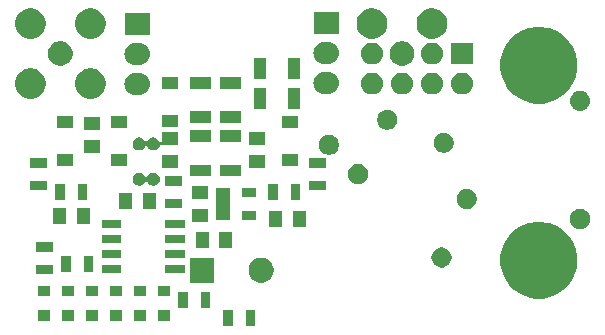
<source format=gts>
G04 #@! TF.GenerationSoftware,KiCad,Pcbnew,5.1.4+dfsg1-1~bpo10+1*
G04 #@! TF.CreationDate,2019-10-02T20:55:18+02:00*
G04 #@! TF.ProjectId,iak-swr-meter,69616b2d-7377-4722-9d6d-657465722e6b,rev?*
G04 #@! TF.SameCoordinates,Original*
G04 #@! TF.FileFunction,Soldermask,Top*
G04 #@! TF.FilePolarity,Negative*
%FSLAX46Y46*%
G04 Gerber Fmt 4.6, Leading zero omitted, Abs format (unit mm)*
G04 Created by KiCad (PCBNEW 5.1.4+dfsg1-1~bpo10+1) date 2019-10-02 20:55:18*
%MOMM*%
%LPD*%
G04 APERTURE LIST*
%ADD10C,0.100000*%
G04 APERTURE END LIST*
D10*
G36*
X26497000Y-10607000D02*
G01*
X25695000Y-10607000D01*
X25695000Y-9205000D01*
X26497000Y-9205000D01*
X26497000Y-10607000D01*
X26497000Y-10607000D01*
G37*
G36*
X24597000Y-10607000D02*
G01*
X23795000Y-10607000D01*
X23795000Y-9205000D01*
X24597000Y-9205000D01*
X24597000Y-10607000D01*
X24597000Y-10607000D01*
G37*
G36*
X13197000Y-10151000D02*
G01*
X12195000Y-10151000D01*
X12195000Y-9249000D01*
X13197000Y-9249000D01*
X13197000Y-10151000D01*
X13197000Y-10151000D01*
G37*
G36*
X15229000Y-10151000D02*
G01*
X14227000Y-10151000D01*
X14227000Y-9249000D01*
X15229000Y-9249000D01*
X15229000Y-10151000D01*
X15229000Y-10151000D01*
G37*
G36*
X11165000Y-10151000D02*
G01*
X10163000Y-10151000D01*
X10163000Y-9249000D01*
X11165000Y-9249000D01*
X11165000Y-10151000D01*
X11165000Y-10151000D01*
G37*
G36*
X9133000Y-10151000D02*
G01*
X8131000Y-10151000D01*
X8131000Y-9249000D01*
X9133000Y-9249000D01*
X9133000Y-10151000D01*
X9133000Y-10151000D01*
G37*
G36*
X19293000Y-10151000D02*
G01*
X18291000Y-10151000D01*
X18291000Y-9249000D01*
X19293000Y-9249000D01*
X19293000Y-10151000D01*
X19293000Y-10151000D01*
G37*
G36*
X17261000Y-10151000D02*
G01*
X16259000Y-10151000D01*
X16259000Y-9249000D01*
X17261000Y-9249000D01*
X17261000Y-10151000D01*
X17261000Y-10151000D01*
G37*
G36*
X20787000Y-9083000D02*
G01*
X19985000Y-9083000D01*
X19985000Y-7681000D01*
X20787000Y-7681000D01*
X20787000Y-9083000D01*
X20787000Y-9083000D01*
G37*
G36*
X22687000Y-9083000D02*
G01*
X21885000Y-9083000D01*
X21885000Y-7681000D01*
X22687000Y-7681000D01*
X22687000Y-9083000D01*
X22687000Y-9083000D01*
G37*
G36*
X51134239Y-1811467D02*
G01*
X51448282Y-1873934D01*
X52039926Y-2119001D01*
X52572392Y-2474784D01*
X53025216Y-2927608D01*
X53380999Y-3460074D01*
X53626066Y-4051718D01*
X53626066Y-4051719D01*
X53751000Y-4679803D01*
X53751000Y-5320197D01*
X53708186Y-5535435D01*
X53626066Y-5948282D01*
X53380999Y-6539926D01*
X53025216Y-7072392D01*
X52572392Y-7525216D01*
X52039926Y-7880999D01*
X51448282Y-8126066D01*
X51134239Y-8188533D01*
X50820197Y-8251000D01*
X50179803Y-8251000D01*
X49865761Y-8188533D01*
X49551718Y-8126066D01*
X48960074Y-7880999D01*
X48427608Y-7525216D01*
X47974784Y-7072392D01*
X47619001Y-6539926D01*
X47373934Y-5948282D01*
X47291814Y-5535435D01*
X47249000Y-5320197D01*
X47249000Y-4679803D01*
X47373934Y-4051719D01*
X47373934Y-4051718D01*
X47619001Y-3460074D01*
X47974784Y-2927608D01*
X48427608Y-2474784D01*
X48960074Y-2119001D01*
X49551718Y-1873934D01*
X49865761Y-1811467D01*
X50179803Y-1749000D01*
X50820197Y-1749000D01*
X51134239Y-1811467D01*
X51134239Y-1811467D01*
G37*
G36*
X13197000Y-8051000D02*
G01*
X12195000Y-8051000D01*
X12195000Y-7149000D01*
X13197000Y-7149000D01*
X13197000Y-8051000D01*
X13197000Y-8051000D01*
G37*
G36*
X11165000Y-8051000D02*
G01*
X10163000Y-8051000D01*
X10163000Y-7149000D01*
X11165000Y-7149000D01*
X11165000Y-8051000D01*
X11165000Y-8051000D01*
G37*
G36*
X15229000Y-8051000D02*
G01*
X14227000Y-8051000D01*
X14227000Y-7149000D01*
X15229000Y-7149000D01*
X15229000Y-8051000D01*
X15229000Y-8051000D01*
G37*
G36*
X17261000Y-8051000D02*
G01*
X16259000Y-8051000D01*
X16259000Y-7149000D01*
X17261000Y-7149000D01*
X17261000Y-8051000D01*
X17261000Y-8051000D01*
G37*
G36*
X9133000Y-8051000D02*
G01*
X8131000Y-8051000D01*
X8131000Y-7149000D01*
X9133000Y-7149000D01*
X9133000Y-8051000D01*
X9133000Y-8051000D01*
G37*
G36*
X19293000Y-8051000D02*
G01*
X18291000Y-8051000D01*
X18291000Y-7149000D01*
X19293000Y-7149000D01*
X19293000Y-8051000D01*
X19293000Y-8051000D01*
G37*
G36*
X23047400Y-6893000D02*
G01*
X20945400Y-6893000D01*
X20945400Y-4791000D01*
X23047400Y-4791000D01*
X23047400Y-6893000D01*
X23047400Y-6893000D01*
G37*
G36*
X27302964Y-4831389D02*
G01*
X27494233Y-4910615D01*
X27494235Y-4910616D01*
X27666373Y-5025635D01*
X27812765Y-5172027D01*
X27908599Y-5315452D01*
X27927785Y-5344167D01*
X28007011Y-5535436D01*
X28047400Y-5738484D01*
X28047400Y-5945516D01*
X28007011Y-6148564D01*
X27995232Y-6177000D01*
X27927784Y-6339835D01*
X27812765Y-6511973D01*
X27666373Y-6658365D01*
X27494235Y-6773384D01*
X27494234Y-6773385D01*
X27494233Y-6773385D01*
X27302964Y-6852611D01*
X27099916Y-6893000D01*
X26892884Y-6893000D01*
X26689836Y-6852611D01*
X26498567Y-6773385D01*
X26498566Y-6773385D01*
X26498565Y-6773384D01*
X26326427Y-6658365D01*
X26180035Y-6511973D01*
X26065016Y-6339835D01*
X25997568Y-6177000D01*
X25985789Y-6148564D01*
X25945400Y-5945516D01*
X25945400Y-5738484D01*
X25985789Y-5535436D01*
X26065015Y-5344167D01*
X26084202Y-5315452D01*
X26180035Y-5172027D01*
X26326427Y-5025635D01*
X26498565Y-4910616D01*
X26498567Y-4910615D01*
X26689836Y-4831389D01*
X26892884Y-4791000D01*
X27099916Y-4791000D01*
X27302964Y-4831389D01*
X27302964Y-4831389D01*
G37*
G36*
X9337000Y-6177000D02*
G01*
X7935000Y-6177000D01*
X7935000Y-5375000D01*
X9337000Y-5375000D01*
X9337000Y-6177000D01*
X9337000Y-6177000D01*
G37*
G36*
X20540000Y-6080000D02*
G01*
X18888000Y-6080000D01*
X18888000Y-5378000D01*
X20540000Y-5378000D01*
X20540000Y-6080000D01*
X20540000Y-6080000D01*
G37*
G36*
X15140000Y-6080000D02*
G01*
X13488000Y-6080000D01*
X13488000Y-5378000D01*
X15140000Y-5378000D01*
X15140000Y-6080000D01*
X15140000Y-6080000D01*
G37*
G36*
X10881000Y-6035000D02*
G01*
X10079000Y-6035000D01*
X10079000Y-4633000D01*
X10881000Y-4633000D01*
X10881000Y-6035000D01*
X10881000Y-6035000D01*
G37*
G36*
X12781000Y-6035000D02*
G01*
X11979000Y-6035000D01*
X11979000Y-4633000D01*
X12781000Y-4633000D01*
X12781000Y-6035000D01*
X12781000Y-6035000D01*
G37*
G36*
X42521199Y-3954674D02*
G01*
X42676071Y-4018824D01*
X42815452Y-4111956D01*
X42933986Y-4230490D01*
X43027118Y-4369871D01*
X43091268Y-4524743D01*
X43123971Y-4689155D01*
X43123971Y-4856787D01*
X43091268Y-5021199D01*
X43027118Y-5176071D01*
X42933986Y-5315452D01*
X42815452Y-5433986D01*
X42676071Y-5527118D01*
X42521199Y-5591268D01*
X42356787Y-5623971D01*
X42189155Y-5623971D01*
X42024743Y-5591268D01*
X41869871Y-5527118D01*
X41730490Y-5433986D01*
X41611956Y-5315452D01*
X41518824Y-5176071D01*
X41454674Y-5021199D01*
X41421971Y-4856787D01*
X41421971Y-4689155D01*
X41454674Y-4524743D01*
X41518824Y-4369871D01*
X41611956Y-4230490D01*
X41730490Y-4111956D01*
X41869871Y-4018824D01*
X42024743Y-3954674D01*
X42189155Y-3921971D01*
X42356787Y-3921971D01*
X42521199Y-3954674D01*
X42521199Y-3954674D01*
G37*
G36*
X15140000Y-4810000D02*
G01*
X13488000Y-4810000D01*
X13488000Y-4108000D01*
X15140000Y-4108000D01*
X15140000Y-4810000D01*
X15140000Y-4810000D01*
G37*
G36*
X20540000Y-4810000D02*
G01*
X18888000Y-4810000D01*
X18888000Y-4108000D01*
X20540000Y-4108000D01*
X20540000Y-4810000D01*
X20540000Y-4810000D01*
G37*
G36*
X9337000Y-4277000D02*
G01*
X7935000Y-4277000D01*
X7935000Y-3475000D01*
X9337000Y-3475000D01*
X9337000Y-4277000D01*
X9337000Y-4277000D01*
G37*
G36*
X24551000Y-3978000D02*
G01*
X23449000Y-3978000D01*
X23449000Y-2626000D01*
X24551000Y-2626000D01*
X24551000Y-3978000D01*
X24551000Y-3978000D01*
G37*
G36*
X22551000Y-3978000D02*
G01*
X21449000Y-3978000D01*
X21449000Y-2626000D01*
X22551000Y-2626000D01*
X22551000Y-3978000D01*
X22551000Y-3978000D01*
G37*
G36*
X15140000Y-3540000D02*
G01*
X13488000Y-3540000D01*
X13488000Y-2838000D01*
X15140000Y-2838000D01*
X15140000Y-3540000D01*
X15140000Y-3540000D01*
G37*
G36*
X20540000Y-3540000D02*
G01*
X18888000Y-3540000D01*
X18888000Y-2838000D01*
X20540000Y-2838000D01*
X20540000Y-3540000D01*
X20540000Y-3540000D01*
G37*
G36*
X54248228Y-681703D02*
G01*
X54403100Y-745853D01*
X54542481Y-838985D01*
X54661015Y-957519D01*
X54754147Y-1096900D01*
X54818297Y-1251772D01*
X54851000Y-1416184D01*
X54851000Y-1583816D01*
X54818297Y-1748228D01*
X54754147Y-1903100D01*
X54661015Y-2042481D01*
X54542481Y-2161015D01*
X54403100Y-2254147D01*
X54248228Y-2318297D01*
X54083816Y-2351000D01*
X53916184Y-2351000D01*
X53751772Y-2318297D01*
X53596900Y-2254147D01*
X53457519Y-2161015D01*
X53338985Y-2042481D01*
X53245853Y-1903100D01*
X53181703Y-1748228D01*
X53149000Y-1583816D01*
X53149000Y-1416184D01*
X53181703Y-1251772D01*
X53245853Y-1096900D01*
X53338985Y-957519D01*
X53457519Y-838985D01*
X53596900Y-745853D01*
X53751772Y-681703D01*
X53916184Y-649000D01*
X54083816Y-649000D01*
X54248228Y-681703D01*
X54248228Y-681703D01*
G37*
G36*
X20540000Y-2270000D02*
G01*
X18888000Y-2270000D01*
X18888000Y-1568000D01*
X20540000Y-1568000D01*
X20540000Y-2270000D01*
X20540000Y-2270000D01*
G37*
G36*
X15140000Y-2270000D02*
G01*
X13488000Y-2270000D01*
X13488000Y-1568000D01*
X15140000Y-1568000D01*
X15140000Y-2270000D01*
X15140000Y-2270000D01*
G37*
G36*
X28761000Y-2200000D02*
G01*
X27659000Y-2200000D01*
X27659000Y-848000D01*
X28761000Y-848000D01*
X28761000Y-2200000D01*
X28761000Y-2200000D01*
G37*
G36*
X30761000Y-2200000D02*
G01*
X29659000Y-2200000D01*
X29659000Y-848000D01*
X30761000Y-848000D01*
X30761000Y-2200000D01*
X30761000Y-2200000D01*
G37*
G36*
X10473000Y-1946000D02*
G01*
X9371000Y-1946000D01*
X9371000Y-594000D01*
X10473000Y-594000D01*
X10473000Y-1946000D01*
X10473000Y-1946000D01*
G37*
G36*
X12473000Y-1946000D02*
G01*
X11371000Y-1946000D01*
X11371000Y-594000D01*
X12473000Y-594000D01*
X12473000Y-1946000D01*
X12473000Y-1946000D01*
G37*
G36*
X22524000Y-1791000D02*
G01*
X21172000Y-1791000D01*
X21172000Y-689000D01*
X22524000Y-689000D01*
X22524000Y-1791000D01*
X22524000Y-1791000D01*
G37*
G36*
X26577000Y-1566000D02*
G01*
X25415000Y-1566000D01*
X25415000Y-814000D01*
X26577000Y-814000D01*
X26577000Y-1566000D01*
X26577000Y-1566000D01*
G37*
G36*
X24377000Y-1566000D02*
G01*
X23215000Y-1566000D01*
X23215000Y1086000D01*
X24377000Y1086000D01*
X24377000Y-1566000D01*
X24377000Y-1566000D01*
G37*
G36*
X18061000Y-676000D02*
G01*
X16959000Y-676000D01*
X16959000Y676000D01*
X18061000Y676000D01*
X18061000Y-676000D01*
X18061000Y-676000D01*
G37*
G36*
X16061000Y-676000D02*
G01*
X14959000Y-676000D01*
X14959000Y676000D01*
X16061000Y676000D01*
X16061000Y-676000D01*
X16061000Y-676000D01*
G37*
G36*
X44642519Y995074D02*
G01*
X44797391Y930924D01*
X44936772Y837792D01*
X45055306Y719258D01*
X45148438Y579877D01*
X45212588Y425005D01*
X45245291Y260593D01*
X45245291Y92961D01*
X45212588Y-71451D01*
X45148438Y-226323D01*
X45055306Y-365704D01*
X44936772Y-484238D01*
X44797391Y-577370D01*
X44642519Y-641520D01*
X44478107Y-674223D01*
X44310475Y-674223D01*
X44146063Y-641520D01*
X43991191Y-577370D01*
X43851810Y-484238D01*
X43733276Y-365704D01*
X43640144Y-226323D01*
X43575994Y-71451D01*
X43543291Y92961D01*
X43543291Y260593D01*
X43575994Y425005D01*
X43640144Y579877D01*
X43733276Y719258D01*
X43851810Y837792D01*
X43991191Y930924D01*
X44146063Y995074D01*
X44310475Y1027777D01*
X44478107Y1027777D01*
X44642519Y995074D01*
X44642519Y995074D01*
G37*
G36*
X20259000Y-589000D02*
G01*
X18857000Y-589000D01*
X18857000Y213000D01*
X20259000Y213000D01*
X20259000Y-589000D01*
X20259000Y-589000D01*
G37*
G36*
X12273000Y61000D02*
G01*
X11471000Y61000D01*
X11471000Y1463000D01*
X12273000Y1463000D01*
X12273000Y61000D01*
X12273000Y61000D01*
G37*
G36*
X30307000Y61000D02*
G01*
X29505000Y61000D01*
X29505000Y1463000D01*
X30307000Y1463000D01*
X30307000Y61000D01*
X30307000Y61000D01*
G37*
G36*
X28407000Y61000D02*
G01*
X27605000Y61000D01*
X27605000Y1463000D01*
X28407000Y1463000D01*
X28407000Y61000D01*
X28407000Y61000D01*
G37*
G36*
X10373000Y61000D02*
G01*
X9571000Y61000D01*
X9571000Y1463000D01*
X10373000Y1463000D01*
X10373000Y61000D01*
X10373000Y61000D01*
G37*
G36*
X22524000Y209000D02*
G01*
X21172000Y209000D01*
X21172000Y1311000D01*
X22524000Y1311000D01*
X22524000Y209000D01*
X22524000Y209000D01*
G37*
G36*
X26577000Y334000D02*
G01*
X25415000Y334000D01*
X25415000Y1086000D01*
X26577000Y1086000D01*
X26577000Y334000D01*
X26577000Y334000D01*
G37*
G36*
X32451000Y935000D02*
G01*
X31049000Y935000D01*
X31049000Y1737000D01*
X32451000Y1737000D01*
X32451000Y935000D01*
X32451000Y935000D01*
G37*
G36*
X8829000Y935000D02*
G01*
X7427000Y935000D01*
X7427000Y1737000D01*
X8829000Y1737000D01*
X8829000Y935000D01*
X8829000Y935000D01*
G37*
G36*
X16832721Y2387826D02*
G01*
X16932995Y2346291D01*
X16932996Y2346290D01*
X17023242Y2285990D01*
X17099990Y2209242D01*
X17099991Y2209240D01*
X17165770Y2110795D01*
X17168068Y2106496D01*
X17183614Y2087555D01*
X17202556Y2072010D01*
X17224167Y2060459D01*
X17247616Y2053346D01*
X17272002Y2050945D01*
X17296388Y2053347D01*
X17319837Y2060461D01*
X17341448Y2072012D01*
X17360389Y2087558D01*
X17375934Y2106500D01*
X17378229Y2110795D01*
X17444009Y2209240D01*
X17444010Y2209242D01*
X17520758Y2285990D01*
X17611004Y2346290D01*
X17611005Y2346291D01*
X17711279Y2387826D01*
X17817730Y2409000D01*
X17926270Y2409000D01*
X18032721Y2387826D01*
X18132995Y2346291D01*
X18132996Y2346290D01*
X18223242Y2285990D01*
X18299990Y2209242D01*
X18299991Y2209240D01*
X18360291Y2118995D01*
X18401826Y2018721D01*
X18423000Y1912270D01*
X18423000Y1803730D01*
X18401826Y1697279D01*
X18360291Y1597005D01*
X18360290Y1597004D01*
X18299990Y1506758D01*
X18223242Y1430010D01*
X18177812Y1399655D01*
X18132995Y1369709D01*
X18032721Y1328174D01*
X17926270Y1307000D01*
X17817730Y1307000D01*
X17711279Y1328174D01*
X17611005Y1369709D01*
X17566188Y1399655D01*
X17520758Y1430010D01*
X17444010Y1506758D01*
X17383710Y1597004D01*
X17378230Y1605205D01*
X17375932Y1609504D01*
X17360386Y1628445D01*
X17341444Y1643990D01*
X17319833Y1655541D01*
X17296384Y1662654D01*
X17271998Y1665055D01*
X17247612Y1662653D01*
X17224163Y1655539D01*
X17202552Y1643988D01*
X17183611Y1628442D01*
X17168066Y1609500D01*
X17165771Y1605205D01*
X17124841Y1543950D01*
X17099990Y1506758D01*
X17023242Y1430010D01*
X16977812Y1399655D01*
X16932995Y1369709D01*
X16832721Y1328174D01*
X16726270Y1307000D01*
X16617730Y1307000D01*
X16511279Y1328174D01*
X16411005Y1369709D01*
X16366188Y1399655D01*
X16320758Y1430010D01*
X16244010Y1506758D01*
X16183710Y1597004D01*
X16183709Y1597005D01*
X16142174Y1697279D01*
X16121000Y1803730D01*
X16121000Y1912270D01*
X16142174Y2018721D01*
X16183709Y2118995D01*
X16244009Y2209240D01*
X16244010Y2209242D01*
X16320758Y2285990D01*
X16411004Y2346290D01*
X16411005Y2346291D01*
X16511279Y2387826D01*
X16617730Y2409000D01*
X16726270Y2409000D01*
X16832721Y2387826D01*
X16832721Y2387826D01*
G37*
G36*
X20259000Y1311000D02*
G01*
X18857000Y1311000D01*
X18857000Y2113000D01*
X20259000Y2113000D01*
X20259000Y1311000D01*
X20259000Y1311000D01*
G37*
G36*
X35450131Y3116394D02*
G01*
X35605003Y3052244D01*
X35744384Y2959112D01*
X35862918Y2840578D01*
X35956050Y2701197D01*
X36020200Y2546325D01*
X36052903Y2381913D01*
X36052903Y2214281D01*
X36020200Y2049869D01*
X35956050Y1894997D01*
X35862918Y1755616D01*
X35744384Y1637082D01*
X35605003Y1543950D01*
X35450131Y1479800D01*
X35285719Y1447097D01*
X35118087Y1447097D01*
X34953675Y1479800D01*
X34798803Y1543950D01*
X34659422Y1637082D01*
X34540888Y1755616D01*
X34447756Y1894997D01*
X34383606Y2049869D01*
X34350903Y2214281D01*
X34350903Y2381913D01*
X34383606Y2546325D01*
X34447756Y2701197D01*
X34540888Y2840578D01*
X34659422Y2959112D01*
X34798803Y3052244D01*
X34953675Y3116394D01*
X35118087Y3149097D01*
X35285719Y3149097D01*
X35450131Y3116394D01*
X35450131Y3116394D01*
G37*
G36*
X25281000Y2099000D02*
G01*
X23479000Y2099000D01*
X23479000Y3101000D01*
X25281000Y3101000D01*
X25281000Y2099000D01*
X25281000Y2099000D01*
G37*
G36*
X22741000Y2099000D02*
G01*
X20939000Y2099000D01*
X20939000Y3101000D01*
X22741000Y3101000D01*
X22741000Y2099000D01*
X22741000Y2099000D01*
G37*
G36*
X27346000Y2767000D02*
G01*
X25994000Y2767000D01*
X25994000Y3869000D01*
X27346000Y3869000D01*
X27346000Y2767000D01*
X27346000Y2767000D01*
G37*
G36*
X19980000Y2767000D02*
G01*
X18628000Y2767000D01*
X18628000Y3869000D01*
X19980000Y3869000D01*
X19980000Y2767000D01*
X19980000Y2767000D01*
G37*
G36*
X8829000Y2835000D02*
G01*
X7427000Y2835000D01*
X7427000Y3637000D01*
X8829000Y3637000D01*
X8829000Y2835000D01*
X8829000Y2835000D01*
G37*
G36*
X32451000Y2835000D02*
G01*
X31049000Y2835000D01*
X31049000Y3637000D01*
X32451000Y3637000D01*
X32451000Y2835000D01*
X32451000Y2835000D01*
G37*
G36*
X11075000Y2939000D02*
G01*
X9753000Y2939000D01*
X9753000Y3951000D01*
X11075000Y3951000D01*
X11075000Y2939000D01*
X11075000Y2939000D01*
G37*
G36*
X30125000Y2939000D02*
G01*
X28803000Y2939000D01*
X28803000Y3951000D01*
X30125000Y3951000D01*
X30125000Y2939000D01*
X30125000Y2939000D01*
G37*
G36*
X15647000Y2939000D02*
G01*
X14325000Y2939000D01*
X14325000Y3951000D01*
X15647000Y3951000D01*
X15647000Y2939000D01*
X15647000Y2939000D01*
G37*
G36*
X32975257Y5591268D02*
G01*
X33130129Y5527118D01*
X33269510Y5433986D01*
X33388044Y5315452D01*
X33481176Y5176071D01*
X33545326Y5021199D01*
X33578029Y4856787D01*
X33578029Y4689155D01*
X33545326Y4524743D01*
X33481176Y4369871D01*
X33388044Y4230490D01*
X33269510Y4111956D01*
X33130129Y4018824D01*
X32975257Y3954674D01*
X32810845Y3921971D01*
X32643213Y3921971D01*
X32478801Y3954674D01*
X32323929Y4018824D01*
X32184548Y4111956D01*
X32066014Y4230490D01*
X31972882Y4369871D01*
X31908732Y4524743D01*
X31876029Y4689155D01*
X31876029Y4856787D01*
X31908732Y5021199D01*
X31972882Y5176071D01*
X32066014Y5315452D01*
X32184548Y5433986D01*
X32323929Y5527118D01*
X32478801Y5591268D01*
X32643213Y5623971D01*
X32810845Y5623971D01*
X32975257Y5591268D01*
X32975257Y5591268D01*
G37*
G36*
X13376000Y4037000D02*
G01*
X12024000Y4037000D01*
X12024000Y5139000D01*
X13376000Y5139000D01*
X13376000Y4037000D01*
X13376000Y4037000D01*
G37*
G36*
X42697975Y5768044D02*
G01*
X42852847Y5703894D01*
X42992228Y5610762D01*
X43110762Y5492228D01*
X43203894Y5352847D01*
X43268044Y5197975D01*
X43300747Y5033563D01*
X43300747Y4865931D01*
X43268044Y4701519D01*
X43203894Y4546647D01*
X43110762Y4407266D01*
X42992228Y4288732D01*
X42852847Y4195600D01*
X42697975Y4131450D01*
X42533563Y4098747D01*
X42365931Y4098747D01*
X42201519Y4131450D01*
X42046647Y4195600D01*
X41907266Y4288732D01*
X41788732Y4407266D01*
X41695600Y4546647D01*
X41631450Y4701519D01*
X41598747Y4865931D01*
X41598747Y5033563D01*
X41631450Y5197975D01*
X41695600Y5352847D01*
X41788732Y5492228D01*
X41907266Y5610762D01*
X42046647Y5703894D01*
X42201519Y5768044D01*
X42365931Y5800747D01*
X42533563Y5800747D01*
X42697975Y5768044D01*
X42697975Y5768044D01*
G37*
G36*
X19980000Y4767000D02*
G01*
X18514227Y4767000D01*
X18489841Y4764598D01*
X18466392Y4757485D01*
X18444781Y4745934D01*
X18425839Y4730389D01*
X18410294Y4711447D01*
X18398743Y4689836D01*
X18360291Y4597005D01*
X18360290Y4597004D01*
X18299990Y4506758D01*
X18223242Y4430010D01*
X18189204Y4407267D01*
X18132995Y4369709D01*
X18032721Y4328174D01*
X17926270Y4307000D01*
X17817730Y4307000D01*
X17711279Y4328174D01*
X17611005Y4369709D01*
X17554796Y4407267D01*
X17520758Y4430010D01*
X17444010Y4506758D01*
X17383710Y4597004D01*
X17378230Y4605205D01*
X17375932Y4609504D01*
X17360386Y4628445D01*
X17341444Y4643990D01*
X17319833Y4655541D01*
X17296384Y4662654D01*
X17271998Y4665055D01*
X17247612Y4662653D01*
X17224163Y4655539D01*
X17202552Y4643988D01*
X17183611Y4628442D01*
X17168066Y4609500D01*
X17165771Y4605205D01*
X17126645Y4546650D01*
X17099990Y4506758D01*
X17023242Y4430010D01*
X16989204Y4407267D01*
X16932995Y4369709D01*
X16832721Y4328174D01*
X16726270Y4307000D01*
X16617730Y4307000D01*
X16511279Y4328174D01*
X16411005Y4369709D01*
X16354796Y4407267D01*
X16320758Y4430010D01*
X16244010Y4506758D01*
X16183710Y4597004D01*
X16183709Y4597005D01*
X16142174Y4697279D01*
X16121000Y4803730D01*
X16121000Y4912270D01*
X16142174Y5018721D01*
X16183709Y5118995D01*
X16236482Y5197975D01*
X16244010Y5209242D01*
X16320758Y5285990D01*
X16411004Y5346290D01*
X16411005Y5346291D01*
X16511279Y5387826D01*
X16617730Y5409000D01*
X16726270Y5409000D01*
X16832721Y5387826D01*
X16932995Y5346291D01*
X16932996Y5346290D01*
X17023242Y5285990D01*
X17099990Y5209242D01*
X17107518Y5197975D01*
X17165770Y5110795D01*
X17168068Y5106496D01*
X17183614Y5087555D01*
X17202556Y5072010D01*
X17224167Y5060459D01*
X17247616Y5053346D01*
X17272002Y5050945D01*
X17296388Y5053347D01*
X17319837Y5060461D01*
X17341448Y5072012D01*
X17360389Y5087558D01*
X17375934Y5106500D01*
X17378229Y5110795D01*
X17436482Y5197975D01*
X17444010Y5209242D01*
X17520758Y5285990D01*
X17611004Y5346290D01*
X17611005Y5346291D01*
X17711279Y5387826D01*
X17817730Y5409000D01*
X17926270Y5409000D01*
X18032721Y5387826D01*
X18132995Y5346291D01*
X18132996Y5346290D01*
X18223242Y5285990D01*
X18299990Y5209242D01*
X18307518Y5197975D01*
X18360291Y5118995D01*
X18387517Y5053266D01*
X18399068Y5031655D01*
X18414613Y5012713D01*
X18433555Y4997168D01*
X18455166Y4985617D01*
X18478615Y4978504D01*
X18503001Y4976102D01*
X18527387Y4978504D01*
X18550836Y4985617D01*
X18572447Y4997168D01*
X18591389Y5012713D01*
X18606934Y5031655D01*
X18618485Y5053266D01*
X18625598Y5076715D01*
X18628000Y5101101D01*
X18628000Y5869000D01*
X19980000Y5869000D01*
X19980000Y4767000D01*
X19980000Y4767000D01*
G37*
G36*
X27346000Y4767000D02*
G01*
X25994000Y4767000D01*
X25994000Y5869000D01*
X27346000Y5869000D01*
X27346000Y4767000D01*
X27346000Y4767000D01*
G37*
G36*
X22741000Y4999000D02*
G01*
X20939000Y4999000D01*
X20939000Y6001000D01*
X22741000Y6001000D01*
X22741000Y4999000D01*
X22741000Y4999000D01*
G37*
G36*
X25281000Y4999000D02*
G01*
X23479000Y4999000D01*
X23479000Y6001000D01*
X25281000Y6001000D01*
X25281000Y4999000D01*
X25281000Y4999000D01*
G37*
G36*
X13376000Y6037000D02*
G01*
X12024000Y6037000D01*
X12024000Y7139000D01*
X13376000Y7139000D01*
X13376000Y6037000D01*
X13376000Y6037000D01*
G37*
G36*
X37925005Y7712588D02*
G01*
X38079877Y7648438D01*
X38219258Y7555306D01*
X38337792Y7436772D01*
X38430924Y7297391D01*
X38495074Y7142519D01*
X38527777Y6978107D01*
X38527777Y6810475D01*
X38495074Y6646063D01*
X38430924Y6491191D01*
X38337792Y6351810D01*
X38219258Y6233276D01*
X38079877Y6140144D01*
X37925005Y6075994D01*
X37760593Y6043291D01*
X37592961Y6043291D01*
X37428549Y6075994D01*
X37273677Y6140144D01*
X37134296Y6233276D01*
X37015762Y6351810D01*
X36922630Y6491191D01*
X36858480Y6646063D01*
X36825777Y6810475D01*
X36825777Y6978107D01*
X36858480Y7142519D01*
X36922630Y7297391D01*
X37015762Y7436772D01*
X37134296Y7555306D01*
X37273677Y7648438D01*
X37428549Y7712588D01*
X37592961Y7745291D01*
X37760593Y7745291D01*
X37925005Y7712588D01*
X37925005Y7712588D01*
G37*
G36*
X15647000Y6209000D02*
G01*
X14325000Y6209000D01*
X14325000Y7221000D01*
X15647000Y7221000D01*
X15647000Y6209000D01*
X15647000Y6209000D01*
G37*
G36*
X30125000Y6209000D02*
G01*
X28803000Y6209000D01*
X28803000Y7221000D01*
X30125000Y7221000D01*
X30125000Y6209000D01*
X30125000Y6209000D01*
G37*
G36*
X11075000Y6209000D02*
G01*
X9753000Y6209000D01*
X9753000Y7221000D01*
X11075000Y7221000D01*
X11075000Y6209000D01*
X11075000Y6209000D01*
G37*
G36*
X19965000Y6241000D02*
G01*
X18643000Y6241000D01*
X18643000Y7253000D01*
X19965000Y7253000D01*
X19965000Y6241000D01*
X19965000Y6241000D01*
G37*
G36*
X25281000Y6594800D02*
G01*
X23479000Y6594800D01*
X23479000Y7596800D01*
X25281000Y7596800D01*
X25281000Y6594800D01*
X25281000Y6594800D01*
G37*
G36*
X22741000Y6594800D02*
G01*
X20939000Y6594800D01*
X20939000Y7596800D01*
X22741000Y7596800D01*
X22741000Y6594800D01*
X22741000Y6594800D01*
G37*
G36*
X54166823Y9338687D02*
G01*
X54327242Y9290024D01*
X54371699Y9266261D01*
X54475078Y9211004D01*
X54604659Y9104659D01*
X54711004Y8975078D01*
X54711005Y8975076D01*
X54790024Y8827242D01*
X54838687Y8666823D01*
X54855117Y8500000D01*
X54838687Y8333177D01*
X54790024Y8172758D01*
X54719114Y8040094D01*
X54711004Y8024922D01*
X54604659Y7895341D01*
X54475078Y7788996D01*
X54475076Y7788995D01*
X54327242Y7709976D01*
X54166823Y7661313D01*
X54041804Y7649000D01*
X53958196Y7649000D01*
X53833177Y7661313D01*
X53672758Y7709976D01*
X53524924Y7788995D01*
X53524922Y7788996D01*
X53395341Y7895341D01*
X53288996Y8024922D01*
X53280886Y8040094D01*
X53209976Y8172758D01*
X53161313Y8333177D01*
X53144883Y8500000D01*
X53161313Y8666823D01*
X53209976Y8827242D01*
X53288995Y8975076D01*
X53288996Y8975078D01*
X53395341Y9104659D01*
X53524922Y9211004D01*
X53628301Y9266261D01*
X53672758Y9290024D01*
X53833177Y9338687D01*
X53958196Y9351000D01*
X54041804Y9351000D01*
X54166823Y9338687D01*
X54166823Y9338687D01*
G37*
G36*
X27383000Y7781000D02*
G01*
X26381000Y7781000D01*
X26381000Y9583000D01*
X27383000Y9583000D01*
X27383000Y7781000D01*
X27383000Y7781000D01*
G37*
G36*
X30283000Y7781000D02*
G01*
X29281000Y7781000D01*
X29281000Y9583000D01*
X30283000Y9583000D01*
X30283000Y7781000D01*
X30283000Y7781000D01*
G37*
G36*
X51134239Y14688533D02*
G01*
X51448282Y14626066D01*
X52039926Y14380999D01*
X52294854Y14210661D01*
X52572391Y14025217D01*
X53025217Y13572391D01*
X53068169Y13508108D01*
X53380999Y13039926D01*
X53621212Y12460000D01*
X53626066Y12448281D01*
X53749045Y11830027D01*
X53751000Y11820196D01*
X53751000Y11179804D01*
X53626066Y10551718D01*
X53380999Y9960074D01*
X53145954Y9608305D01*
X53039789Y9449417D01*
X53025216Y9427608D01*
X52572392Y8974784D01*
X52039926Y8619001D01*
X51448282Y8373934D01*
X51134239Y8311467D01*
X50820197Y8249000D01*
X50179803Y8249000D01*
X49865761Y8311467D01*
X49551718Y8373934D01*
X48960074Y8619001D01*
X48427608Y8974784D01*
X47974784Y9427608D01*
X47960212Y9449417D01*
X47854046Y9608305D01*
X47619001Y9960074D01*
X47373934Y10551718D01*
X47249000Y11179804D01*
X47249000Y11820196D01*
X47250956Y11830027D01*
X47373934Y12448281D01*
X47378788Y12460000D01*
X47619001Y13039926D01*
X47931831Y13508108D01*
X47974783Y13572391D01*
X48427609Y14025217D01*
X48705146Y14210661D01*
X48960074Y14380999D01*
X49551718Y14626066D01*
X49865761Y14688533D01*
X50179803Y14751000D01*
X50820197Y14751000D01*
X51134239Y14688533D01*
X51134239Y14688533D01*
G37*
G36*
X12919487Y11211004D02*
G01*
X13069177Y11149000D01*
X13156255Y11112931D01*
X13369339Y10970553D01*
X13550553Y10789339D01*
X13692932Y10576253D01*
X13791004Y10339487D01*
X13841000Y10088139D01*
X13841000Y9831861D01*
X13791004Y9580513D01*
X13692932Y9343747D01*
X13692931Y9343745D01*
X13550553Y9130661D01*
X13369339Y8949447D01*
X13156255Y8807069D01*
X13156254Y8807068D01*
X13156253Y8807068D01*
X12919487Y8708996D01*
X12668139Y8659000D01*
X12411861Y8659000D01*
X12160513Y8708996D01*
X11923747Y8807068D01*
X11923746Y8807068D01*
X11923745Y8807069D01*
X11710661Y8949447D01*
X11529447Y9130661D01*
X11387069Y9343745D01*
X11387068Y9343747D01*
X11288996Y9580513D01*
X11239000Y9831861D01*
X11239000Y10088139D01*
X11288996Y10339487D01*
X11387068Y10576253D01*
X11529447Y10789339D01*
X11710661Y10970553D01*
X11923745Y11112931D01*
X12010823Y11149000D01*
X12160513Y11211004D01*
X12411861Y11261000D01*
X12668139Y11261000D01*
X12919487Y11211004D01*
X12919487Y11211004D01*
G37*
G36*
X7839487Y11211004D02*
G01*
X7989177Y11149000D01*
X8076255Y11112931D01*
X8289339Y10970553D01*
X8470553Y10789339D01*
X8612932Y10576253D01*
X8711004Y10339487D01*
X8761000Y10088139D01*
X8761000Y9831861D01*
X8711004Y9580513D01*
X8612932Y9343747D01*
X8612931Y9343745D01*
X8470553Y9130661D01*
X8289339Y8949447D01*
X8076255Y8807069D01*
X8076254Y8807068D01*
X8076253Y8807068D01*
X7839487Y8708996D01*
X7588139Y8659000D01*
X7331861Y8659000D01*
X7080513Y8708996D01*
X6843747Y8807068D01*
X6843746Y8807068D01*
X6843745Y8807069D01*
X6630661Y8949447D01*
X6449447Y9130661D01*
X6307069Y9343745D01*
X6307068Y9343747D01*
X6208996Y9580513D01*
X6159000Y9831861D01*
X6159000Y10088139D01*
X6208996Y10339487D01*
X6307068Y10576253D01*
X6449447Y10789339D01*
X6630661Y10970553D01*
X6843745Y11112931D01*
X6930823Y11149000D01*
X7080513Y11211004D01*
X7331861Y11261000D01*
X7588139Y11261000D01*
X7839487Y11211004D01*
X7839487Y11211004D01*
G37*
G36*
X16831694Y10821367D02*
G01*
X17004095Y10769069D01*
X17162983Y10684142D01*
X17302249Y10569849D01*
X17416542Y10430583D01*
X17501469Y10271695D01*
X17553767Y10099294D01*
X17571425Y9920000D01*
X17553767Y9740706D01*
X17501469Y9568305D01*
X17416542Y9409417D01*
X17302249Y9270151D01*
X17162983Y9155858D01*
X17004095Y9070931D01*
X16831694Y9018633D01*
X16697331Y9005400D01*
X16302669Y9005400D01*
X16168306Y9018633D01*
X15995905Y9070931D01*
X15837017Y9155858D01*
X15697751Y9270151D01*
X15583458Y9409417D01*
X15498531Y9568305D01*
X15446233Y9740706D01*
X15428575Y9920000D01*
X15446233Y10099294D01*
X15498531Y10271695D01*
X15583458Y10430583D01*
X15697751Y10569849D01*
X15837017Y10684142D01*
X15995905Y10769069D01*
X16168306Y10821367D01*
X16302669Y10834600D01*
X16697331Y10834600D01*
X16831694Y10821367D01*
X16831694Y10821367D01*
G37*
G36*
X36559294Y10861367D02*
G01*
X36731695Y10809069D01*
X36890583Y10724142D01*
X37029849Y10609849D01*
X37144142Y10470583D01*
X37229069Y10311695D01*
X37281367Y10139294D01*
X37299025Y9960000D01*
X37281367Y9780706D01*
X37229069Y9608305D01*
X37144142Y9449417D01*
X37029849Y9310151D01*
X36890583Y9195858D01*
X36731695Y9110931D01*
X36559294Y9058633D01*
X36424931Y9045400D01*
X36335069Y9045400D01*
X36200706Y9058633D01*
X36028305Y9110931D01*
X35869417Y9195858D01*
X35730151Y9310151D01*
X35615858Y9449417D01*
X35530931Y9608305D01*
X35478633Y9780706D01*
X35460975Y9960000D01*
X35478633Y10139294D01*
X35530931Y10311695D01*
X35615858Y10470583D01*
X35730151Y10609849D01*
X35869417Y10724142D01*
X36028305Y10809069D01*
X36200706Y10861367D01*
X36335069Y10874600D01*
X36424931Y10874600D01*
X36559294Y10861367D01*
X36559294Y10861367D01*
G37*
G36*
X41639294Y10861367D02*
G01*
X41811695Y10809069D01*
X41970583Y10724142D01*
X42109849Y10609849D01*
X42224142Y10470583D01*
X42309069Y10311695D01*
X42361367Y10139294D01*
X42379025Y9960000D01*
X42361367Y9780706D01*
X42309069Y9608305D01*
X42224142Y9449417D01*
X42109849Y9310151D01*
X41970583Y9195858D01*
X41811695Y9110931D01*
X41639294Y9058633D01*
X41504931Y9045400D01*
X41415069Y9045400D01*
X41280706Y9058633D01*
X41108305Y9110931D01*
X40949417Y9195858D01*
X40810151Y9310151D01*
X40695858Y9449417D01*
X40610931Y9608305D01*
X40558633Y9780706D01*
X40540975Y9960000D01*
X40558633Y10139294D01*
X40610931Y10311695D01*
X40695858Y10470583D01*
X40810151Y10609849D01*
X40949417Y10724142D01*
X41108305Y10809069D01*
X41280706Y10861367D01*
X41415069Y10874600D01*
X41504931Y10874600D01*
X41639294Y10861367D01*
X41639294Y10861367D01*
G37*
G36*
X39099294Y10861367D02*
G01*
X39271695Y10809069D01*
X39430583Y10724142D01*
X39569849Y10609849D01*
X39684142Y10470583D01*
X39769069Y10311695D01*
X39821367Y10139294D01*
X39839025Y9960000D01*
X39821367Y9780706D01*
X39769069Y9608305D01*
X39684142Y9449417D01*
X39569849Y9310151D01*
X39430583Y9195858D01*
X39271695Y9110931D01*
X39099294Y9058633D01*
X38964931Y9045400D01*
X38875069Y9045400D01*
X38740706Y9058633D01*
X38568305Y9110931D01*
X38409417Y9195858D01*
X38270151Y9310151D01*
X38155858Y9449417D01*
X38070931Y9608305D01*
X38018633Y9780706D01*
X38000975Y9960000D01*
X38018633Y10139294D01*
X38070931Y10311695D01*
X38155858Y10470583D01*
X38270151Y10609849D01*
X38409417Y10724142D01*
X38568305Y10809069D01*
X38740706Y10861367D01*
X38875069Y10874600D01*
X38964931Y10874600D01*
X39099294Y10861367D01*
X39099294Y10861367D01*
G37*
G36*
X44179294Y10861367D02*
G01*
X44351695Y10809069D01*
X44510583Y10724142D01*
X44649849Y10609849D01*
X44764142Y10470583D01*
X44849069Y10311695D01*
X44901367Y10139294D01*
X44919025Y9960000D01*
X44901367Y9780706D01*
X44849069Y9608305D01*
X44764142Y9449417D01*
X44649849Y9310151D01*
X44510583Y9195858D01*
X44351695Y9110931D01*
X44179294Y9058633D01*
X44044931Y9045400D01*
X43955069Y9045400D01*
X43820706Y9058633D01*
X43648305Y9110931D01*
X43489417Y9195858D01*
X43350151Y9310151D01*
X43235858Y9449417D01*
X43150931Y9608305D01*
X43098633Y9780706D01*
X43080975Y9960000D01*
X43098633Y10139294D01*
X43150931Y10311695D01*
X43235858Y10470583D01*
X43350151Y10609849D01*
X43489417Y10724142D01*
X43648305Y10809069D01*
X43820706Y10861367D01*
X43955069Y10874600D01*
X44044931Y10874600D01*
X44179294Y10861367D01*
X44179294Y10861367D01*
G37*
G36*
X32831694Y10901367D02*
G01*
X33004095Y10849069D01*
X33162983Y10764142D01*
X33302249Y10649849D01*
X33416542Y10510583D01*
X33501469Y10351695D01*
X33553767Y10179294D01*
X33571425Y10000000D01*
X33553767Y9820706D01*
X33501469Y9648305D01*
X33416542Y9489417D01*
X33302249Y9350151D01*
X33162983Y9235858D01*
X33004095Y9150931D01*
X32831694Y9098633D01*
X32697331Y9085400D01*
X32302669Y9085400D01*
X32168306Y9098633D01*
X31995905Y9150931D01*
X31837017Y9235858D01*
X31697751Y9350151D01*
X31583458Y9489417D01*
X31498531Y9648305D01*
X31446233Y9820706D01*
X31428575Y10000000D01*
X31446233Y10179294D01*
X31498531Y10351695D01*
X31583458Y10510583D01*
X31697751Y10649849D01*
X31837017Y10764142D01*
X31995905Y10849069D01*
X32168306Y10901367D01*
X32302669Y10914600D01*
X32697331Y10914600D01*
X32831694Y10901367D01*
X32831694Y10901367D01*
G37*
G36*
X25281000Y9494800D02*
G01*
X23479000Y9494800D01*
X23479000Y10496800D01*
X25281000Y10496800D01*
X25281000Y9494800D01*
X25281000Y9494800D01*
G37*
G36*
X22741000Y9494800D02*
G01*
X20939000Y9494800D01*
X20939000Y10496800D01*
X22741000Y10496800D01*
X22741000Y9494800D01*
X22741000Y9494800D01*
G37*
G36*
X19965000Y9511000D02*
G01*
X18643000Y9511000D01*
X18643000Y10523000D01*
X19965000Y10523000D01*
X19965000Y9511000D01*
X19965000Y9511000D01*
G37*
G36*
X27383000Y10321000D02*
G01*
X26381000Y10321000D01*
X26381000Y12123000D01*
X27383000Y12123000D01*
X27383000Y10321000D01*
X27383000Y10321000D01*
G37*
G36*
X30283000Y10321000D02*
G01*
X29281000Y10321000D01*
X29281000Y12123000D01*
X30283000Y12123000D01*
X30283000Y10321000D01*
X30283000Y10321000D01*
G37*
G36*
X39226564Y13510611D02*
G01*
X39417833Y13431385D01*
X39417835Y13431384D01*
X39589973Y13316365D01*
X39736365Y13169973D01*
X39823260Y13039926D01*
X39851385Y12997833D01*
X39930611Y12806564D01*
X39971000Y12603516D01*
X39971000Y12396484D01*
X39930611Y12193436D01*
X39895348Y12108304D01*
X39851384Y12002165D01*
X39736365Y11830027D01*
X39589973Y11683635D01*
X39417835Y11568616D01*
X39417834Y11568615D01*
X39417833Y11568615D01*
X39226564Y11489389D01*
X39023516Y11449000D01*
X38816484Y11449000D01*
X38613436Y11489389D01*
X38422167Y11568615D01*
X38422166Y11568615D01*
X38422165Y11568616D01*
X38250027Y11683635D01*
X38103635Y11830027D01*
X37988616Y12002165D01*
X37944652Y12108304D01*
X37909389Y12193436D01*
X37869000Y12396484D01*
X37869000Y12603516D01*
X37909389Y12806564D01*
X37988615Y12997833D01*
X38016741Y13039926D01*
X38103635Y13169973D01*
X38250027Y13316365D01*
X38422165Y13431384D01*
X38422167Y13431385D01*
X38613436Y13510611D01*
X38816484Y13551000D01*
X39023516Y13551000D01*
X39226564Y13510611D01*
X39226564Y13510611D01*
G37*
G36*
X10306564Y13510611D02*
G01*
X10497833Y13431385D01*
X10497835Y13431384D01*
X10669973Y13316365D01*
X10816365Y13169973D01*
X10903260Y13039926D01*
X10931385Y12997833D01*
X11010611Y12806564D01*
X11051000Y12603516D01*
X11051000Y12396484D01*
X11010611Y12193436D01*
X10975348Y12108304D01*
X10931384Y12002165D01*
X10816365Y11830027D01*
X10669973Y11683635D01*
X10497835Y11568616D01*
X10497834Y11568615D01*
X10497833Y11568615D01*
X10306564Y11489389D01*
X10103516Y11449000D01*
X9896484Y11449000D01*
X9693436Y11489389D01*
X9502167Y11568615D01*
X9502166Y11568615D01*
X9502165Y11568616D01*
X9330027Y11683635D01*
X9183635Y11830027D01*
X9068616Y12002165D01*
X9024652Y12108304D01*
X8989389Y12193436D01*
X8949000Y12396484D01*
X8949000Y12603516D01*
X8989389Y12806564D01*
X9068615Y12997833D01*
X9096741Y13039926D01*
X9183635Y13169973D01*
X9330027Y13316365D01*
X9502165Y13431384D01*
X9502167Y13431385D01*
X9693436Y13510611D01*
X9896484Y13551000D01*
X10103516Y13551000D01*
X10306564Y13510611D01*
X10306564Y13510611D01*
G37*
G36*
X16831694Y13361367D02*
G01*
X17004095Y13309069D01*
X17162983Y13224142D01*
X17302249Y13109849D01*
X17416542Y12970583D01*
X17501469Y12811695D01*
X17553767Y12639294D01*
X17571425Y12460000D01*
X17553767Y12280706D01*
X17501469Y12108305D01*
X17416542Y11949417D01*
X17302249Y11810151D01*
X17162983Y11695858D01*
X17004095Y11610931D01*
X16831694Y11558633D01*
X16697331Y11545400D01*
X16302669Y11545400D01*
X16168306Y11558633D01*
X15995905Y11610931D01*
X15837017Y11695858D01*
X15697751Y11810151D01*
X15583458Y11949417D01*
X15498531Y12108305D01*
X15446233Y12280706D01*
X15428575Y12460000D01*
X15446233Y12639294D01*
X15498531Y12811695D01*
X15583458Y12970583D01*
X15697751Y13109849D01*
X15837017Y13224142D01*
X15995905Y13309069D01*
X16168306Y13361367D01*
X16302669Y13374600D01*
X16697331Y13374600D01*
X16831694Y13361367D01*
X16831694Y13361367D01*
G37*
G36*
X36559294Y13401367D02*
G01*
X36731695Y13349069D01*
X36890583Y13264142D01*
X37029849Y13149849D01*
X37144142Y13010583D01*
X37229069Y12851695D01*
X37281367Y12679294D01*
X37299025Y12500000D01*
X37281367Y12320706D01*
X37229069Y12148305D01*
X37144142Y11989417D01*
X37029849Y11850151D01*
X36890583Y11735858D01*
X36731695Y11650931D01*
X36559294Y11598633D01*
X36424931Y11585400D01*
X36335069Y11585400D01*
X36200706Y11598633D01*
X36028305Y11650931D01*
X35869417Y11735858D01*
X35730151Y11850151D01*
X35615858Y11989417D01*
X35530931Y12148305D01*
X35478633Y12320706D01*
X35460975Y12500000D01*
X35478633Y12679294D01*
X35530931Y12851695D01*
X35615858Y13010583D01*
X35730151Y13149849D01*
X35869417Y13264142D01*
X36028305Y13349069D01*
X36200706Y13401367D01*
X36335069Y13414600D01*
X36424931Y13414600D01*
X36559294Y13401367D01*
X36559294Y13401367D01*
G37*
G36*
X41639294Y13401367D02*
G01*
X41811695Y13349069D01*
X41970583Y13264142D01*
X42109849Y13149849D01*
X42224142Y13010583D01*
X42309069Y12851695D01*
X42361367Y12679294D01*
X42379025Y12500000D01*
X42361367Y12320706D01*
X42309069Y12148305D01*
X42224142Y11989417D01*
X42109849Y11850151D01*
X41970583Y11735858D01*
X41811695Y11650931D01*
X41639294Y11598633D01*
X41504931Y11585400D01*
X41415069Y11585400D01*
X41280706Y11598633D01*
X41108305Y11650931D01*
X40949417Y11735858D01*
X40810151Y11850151D01*
X40695858Y11989417D01*
X40610931Y12148305D01*
X40558633Y12320706D01*
X40540975Y12500000D01*
X40558633Y12679294D01*
X40610931Y12851695D01*
X40695858Y13010583D01*
X40810151Y13149849D01*
X40949417Y13264142D01*
X41108305Y13349069D01*
X41280706Y13401367D01*
X41415069Y13414600D01*
X41504931Y13414600D01*
X41639294Y13401367D01*
X41639294Y13401367D01*
G37*
G36*
X44914600Y11585400D02*
G01*
X43085400Y11585400D01*
X43085400Y13414600D01*
X44914600Y13414600D01*
X44914600Y11585400D01*
X44914600Y11585400D01*
G37*
G36*
X32831694Y13441367D02*
G01*
X33004095Y13389069D01*
X33162983Y13304142D01*
X33302249Y13189849D01*
X33416542Y13050583D01*
X33501469Y12891695D01*
X33553767Y12719294D01*
X33571425Y12540000D01*
X33553767Y12360706D01*
X33501469Y12188305D01*
X33416542Y12029417D01*
X33302249Y11890151D01*
X33162983Y11775858D01*
X33004095Y11690931D01*
X32831694Y11638633D01*
X32697331Y11625400D01*
X32302669Y11625400D01*
X32168306Y11638633D01*
X31995905Y11690931D01*
X31837017Y11775858D01*
X31697751Y11890151D01*
X31583458Y12029417D01*
X31498531Y12188305D01*
X31446233Y12360706D01*
X31428575Y12540000D01*
X31446233Y12719294D01*
X31498531Y12891695D01*
X31583458Y13050583D01*
X31697751Y13189849D01*
X31837017Y13304142D01*
X31995905Y13389069D01*
X32168306Y13441367D01*
X32302669Y13454600D01*
X32697331Y13454600D01*
X32831694Y13441367D01*
X32831694Y13441367D01*
G37*
G36*
X41839487Y16291004D02*
G01*
X42076253Y16192932D01*
X42076255Y16192931D01*
X42289339Y16050553D01*
X42470553Y15869339D01*
X42612932Y15656253D01*
X42711004Y15419487D01*
X42761000Y15168139D01*
X42761000Y14911861D01*
X42711004Y14660513D01*
X42612932Y14423747D01*
X42612931Y14423745D01*
X42470553Y14210661D01*
X42289339Y14029447D01*
X42076255Y13887069D01*
X42076254Y13887068D01*
X42076253Y13887068D01*
X41839487Y13788996D01*
X41588139Y13739000D01*
X41331861Y13739000D01*
X41080513Y13788996D01*
X40843747Y13887068D01*
X40843746Y13887068D01*
X40843745Y13887069D01*
X40630661Y14029447D01*
X40449447Y14210661D01*
X40307069Y14423745D01*
X40307068Y14423747D01*
X40208996Y14660513D01*
X40159000Y14911861D01*
X40159000Y15168139D01*
X40208996Y15419487D01*
X40307068Y15656253D01*
X40449447Y15869339D01*
X40630661Y16050553D01*
X40843745Y16192931D01*
X40843747Y16192932D01*
X41080513Y16291004D01*
X41331861Y16341000D01*
X41588139Y16341000D01*
X41839487Y16291004D01*
X41839487Y16291004D01*
G37*
G36*
X36759487Y16291004D02*
G01*
X36996253Y16192932D01*
X36996255Y16192931D01*
X37209339Y16050553D01*
X37390553Y15869339D01*
X37532932Y15656253D01*
X37631004Y15419487D01*
X37681000Y15168139D01*
X37681000Y14911861D01*
X37631004Y14660513D01*
X37532932Y14423747D01*
X37532931Y14423745D01*
X37390553Y14210661D01*
X37209339Y14029447D01*
X36996255Y13887069D01*
X36996254Y13887068D01*
X36996253Y13887068D01*
X36759487Y13788996D01*
X36508139Y13739000D01*
X36251861Y13739000D01*
X36000513Y13788996D01*
X35763747Y13887068D01*
X35763746Y13887068D01*
X35763745Y13887069D01*
X35550661Y14029447D01*
X35369447Y14210661D01*
X35227069Y14423745D01*
X35227068Y14423747D01*
X35128996Y14660513D01*
X35079000Y14911861D01*
X35079000Y15168139D01*
X35128996Y15419487D01*
X35227068Y15656253D01*
X35369447Y15869339D01*
X35550661Y16050553D01*
X35763745Y16192931D01*
X35763747Y16192932D01*
X36000513Y16291004D01*
X36251861Y16341000D01*
X36508139Y16341000D01*
X36759487Y16291004D01*
X36759487Y16291004D01*
G37*
G36*
X12919487Y16291004D02*
G01*
X13156253Y16192932D01*
X13156255Y16192931D01*
X13369339Y16050553D01*
X13550553Y15869339D01*
X13692932Y15656253D01*
X13791004Y15419487D01*
X13841000Y15168139D01*
X13841000Y14911861D01*
X13791004Y14660513D01*
X13692932Y14423747D01*
X13692931Y14423745D01*
X13550553Y14210661D01*
X13369339Y14029447D01*
X13156255Y13887069D01*
X13156254Y13887068D01*
X13156253Y13887068D01*
X12919487Y13788996D01*
X12668139Y13739000D01*
X12411861Y13739000D01*
X12160513Y13788996D01*
X11923747Y13887068D01*
X11923746Y13887068D01*
X11923745Y13887069D01*
X11710661Y14029447D01*
X11529447Y14210661D01*
X11387069Y14423745D01*
X11387068Y14423747D01*
X11288996Y14660513D01*
X11239000Y14911861D01*
X11239000Y15168139D01*
X11288996Y15419487D01*
X11387068Y15656253D01*
X11529447Y15869339D01*
X11710661Y16050553D01*
X11923745Y16192931D01*
X11923747Y16192932D01*
X12160513Y16291004D01*
X12411861Y16341000D01*
X12668139Y16341000D01*
X12919487Y16291004D01*
X12919487Y16291004D01*
G37*
G36*
X7839487Y16291004D02*
G01*
X8076253Y16192932D01*
X8076255Y16192931D01*
X8289339Y16050553D01*
X8470553Y15869339D01*
X8612932Y15656253D01*
X8711004Y15419487D01*
X8761000Y15168139D01*
X8761000Y14911861D01*
X8711004Y14660513D01*
X8612932Y14423747D01*
X8612931Y14423745D01*
X8470553Y14210661D01*
X8289339Y14029447D01*
X8076255Y13887069D01*
X8076254Y13887068D01*
X8076253Y13887068D01*
X7839487Y13788996D01*
X7588139Y13739000D01*
X7331861Y13739000D01*
X7080513Y13788996D01*
X6843747Y13887068D01*
X6843746Y13887068D01*
X6843745Y13887069D01*
X6630661Y14029447D01*
X6449447Y14210661D01*
X6307069Y14423745D01*
X6307068Y14423747D01*
X6208996Y14660513D01*
X6159000Y14911861D01*
X6159000Y15168139D01*
X6208996Y15419487D01*
X6307068Y15656253D01*
X6449447Y15869339D01*
X6630661Y16050553D01*
X6843745Y16192931D01*
X6843747Y16192932D01*
X7080513Y16291004D01*
X7331861Y16341000D01*
X7588139Y16341000D01*
X7839487Y16291004D01*
X7839487Y16291004D01*
G37*
G36*
X17567000Y14085400D02*
G01*
X15433000Y14085400D01*
X15433000Y15914600D01*
X17567000Y15914600D01*
X17567000Y14085400D01*
X17567000Y14085400D01*
G37*
G36*
X33567000Y14165400D02*
G01*
X31433000Y14165400D01*
X31433000Y15994600D01*
X33567000Y15994600D01*
X33567000Y14165400D01*
X33567000Y14165400D01*
G37*
M02*

</source>
